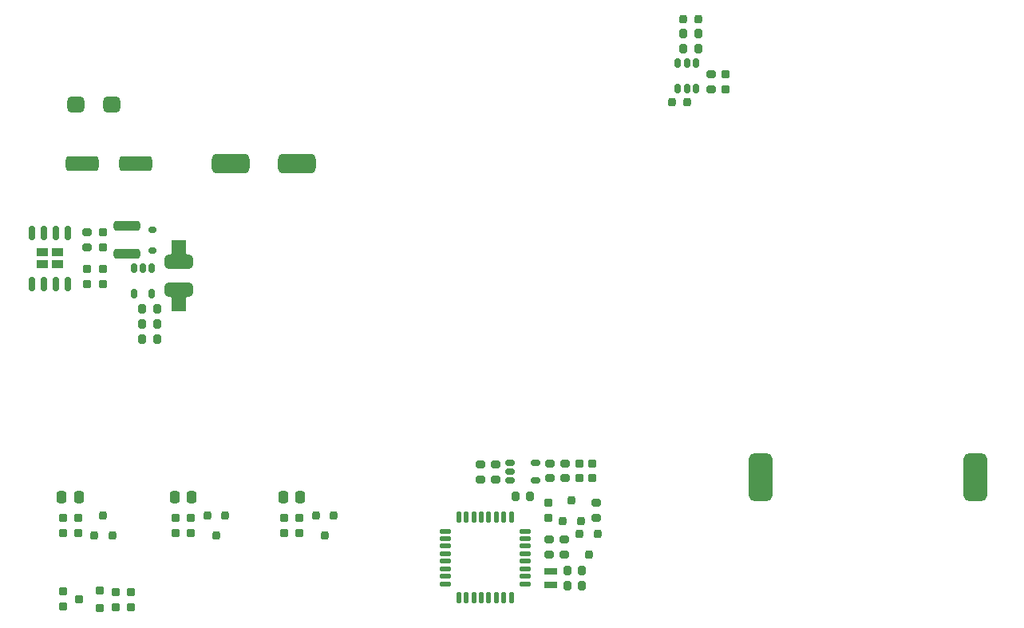
<source format=gtp>
G04*
G04 #@! TF.GenerationSoftware,Altium Limited,Altium Designer,20.1.12 (249)*
G04*
G04 Layer_Color=7318015*
%FSLAX25Y25*%
%MOIN*%
G70*
G04*
G04 #@! TF.SameCoordinates,FC0C4961-E886-40F3-B94B-16ABF14F5115*
G04*
G04*
G04 #@! TF.FilePolarity,Positive*
G04*
G01*
G75*
%ADD10R,0.05118X0.03740*%
G04:AMPARAMS|DCode=11|XSize=39.37mil|YSize=31.5mil|CornerRadius=7.87mil|HoleSize=0mil|Usage=FLASHONLY|Rotation=0.000|XOffset=0mil|YOffset=0mil|HoleType=Round|Shape=RoundedRectangle|*
%AMROUNDEDRECTD11*
21,1,0.03937,0.01575,0,0,0.0*
21,1,0.02362,0.03150,0,0,0.0*
1,1,0.01575,0.01181,-0.00787*
1,1,0.01575,-0.01181,-0.00787*
1,1,0.01575,-0.01181,0.00787*
1,1,0.01575,0.01181,0.00787*
%
%ADD11ROUNDEDRECTD11*%
G04:AMPARAMS|DCode=12|XSize=47.24mil|YSize=19.68mil|CornerRadius=4.92mil|HoleSize=0mil|Usage=FLASHONLY|Rotation=90.000|XOffset=0mil|YOffset=0mil|HoleType=Round|Shape=RoundedRectangle|*
%AMROUNDEDRECTD12*
21,1,0.04724,0.00984,0,0,90.0*
21,1,0.03740,0.01968,0,0,90.0*
1,1,0.00984,0.00492,0.01870*
1,1,0.00984,0.00492,-0.01870*
1,1,0.00984,-0.00492,-0.01870*
1,1,0.00984,-0.00492,0.01870*
%
%ADD12ROUNDEDRECTD12*%
G04:AMPARAMS|DCode=13|XSize=47.24mil|YSize=19.68mil|CornerRadius=4.92mil|HoleSize=0mil|Usage=FLASHONLY|Rotation=180.000|XOffset=0mil|YOffset=0mil|HoleType=Round|Shape=RoundedRectangle|*
%AMROUNDEDRECTD13*
21,1,0.04724,0.00984,0,0,180.0*
21,1,0.03740,0.01968,0,0,180.0*
1,1,0.00984,-0.01870,0.00492*
1,1,0.00984,0.01870,0.00492*
1,1,0.00984,0.01870,-0.00492*
1,1,0.00984,-0.01870,-0.00492*
%
%ADD13ROUNDEDRECTD13*%
G04:AMPARAMS|DCode=14|XSize=35.43mil|YSize=31.5mil|CornerRadius=7.87mil|HoleSize=0mil|Usage=FLASHONLY|Rotation=270.000|XOffset=0mil|YOffset=0mil|HoleType=Round|Shape=RoundedRectangle|*
%AMROUNDEDRECTD14*
21,1,0.03543,0.01575,0,0,270.0*
21,1,0.01968,0.03150,0,0,270.0*
1,1,0.01575,-0.00787,-0.00984*
1,1,0.01575,-0.00787,0.00984*
1,1,0.01575,0.00787,0.00984*
1,1,0.01575,0.00787,-0.00984*
%
%ADD14ROUNDEDRECTD14*%
G04:AMPARAMS|DCode=15|XSize=100mil|YSize=200mil|CornerRadius=25mil|HoleSize=0mil|Usage=FLASHONLY|Rotation=180.000|XOffset=0mil|YOffset=0mil|HoleType=Round|Shape=RoundedRectangle|*
%AMROUNDEDRECTD15*
21,1,0.10000,0.15000,0,0,180.0*
21,1,0.05000,0.20000,0,0,180.0*
1,1,0.05000,-0.02500,0.07500*
1,1,0.05000,0.02500,0.07500*
1,1,0.05000,0.02500,-0.07500*
1,1,0.05000,-0.02500,-0.07500*
%
%ADD15ROUNDEDRECTD15*%
G04:AMPARAMS|DCode=16|XSize=23.62mil|YSize=39.37mil|CornerRadius=5.91mil|HoleSize=0mil|Usage=FLASHONLY|Rotation=90.000|XOffset=0mil|YOffset=0mil|HoleType=Round|Shape=RoundedRectangle|*
%AMROUNDEDRECTD16*
21,1,0.02362,0.02756,0,0,90.0*
21,1,0.01181,0.03937,0,0,90.0*
1,1,0.01181,0.01378,0.00591*
1,1,0.01181,0.01378,-0.00591*
1,1,0.01181,-0.01378,-0.00591*
1,1,0.01181,-0.01378,0.00591*
%
%ADD16ROUNDEDRECTD16*%
G04:AMPARAMS|DCode=17|XSize=35.43mil|YSize=31.5mil|CornerRadius=7.87mil|HoleSize=0mil|Usage=FLASHONLY|Rotation=0.000|XOffset=0mil|YOffset=0mil|HoleType=Round|Shape=RoundedRectangle|*
%AMROUNDEDRECTD17*
21,1,0.03543,0.01575,0,0,0.0*
21,1,0.01968,0.03150,0,0,0.0*
1,1,0.01575,0.00984,-0.00787*
1,1,0.01575,-0.00984,-0.00787*
1,1,0.01575,-0.00984,0.00787*
1,1,0.01575,0.00984,0.00787*
%
%ADD17ROUNDEDRECTD17*%
G04:AMPARAMS|DCode=18|XSize=39.37mil|YSize=31.5mil|CornerRadius=7.87mil|HoleSize=0mil|Usage=FLASHONLY|Rotation=90.000|XOffset=0mil|YOffset=0mil|HoleType=Round|Shape=RoundedRectangle|*
%AMROUNDEDRECTD18*
21,1,0.03937,0.01575,0,0,90.0*
21,1,0.02362,0.03150,0,0,90.0*
1,1,0.01575,0.00787,0.01181*
1,1,0.01575,0.00787,-0.01181*
1,1,0.01575,-0.00787,-0.01181*
1,1,0.01575,-0.00787,0.01181*
%
%ADD18ROUNDEDRECTD18*%
G04:AMPARAMS|DCode=19|XSize=31.5mil|YSize=27.56mil|CornerRadius=6.89mil|HoleSize=0mil|Usage=FLASHONLY|Rotation=0.000|XOffset=0mil|YOffset=0mil|HoleType=Round|Shape=RoundedRectangle|*
%AMROUNDEDRECTD19*
21,1,0.03150,0.01378,0,0,0.0*
21,1,0.01772,0.02756,0,0,0.0*
1,1,0.01378,0.00886,-0.00689*
1,1,0.01378,-0.00886,-0.00689*
1,1,0.01378,-0.00886,0.00689*
1,1,0.01378,0.00886,0.00689*
%
%ADD19ROUNDEDRECTD19*%
G04:AMPARAMS|DCode=20|XSize=118.11mil|YSize=59.06mil|CornerRadius=14.76mil|HoleSize=0mil|Usage=FLASHONLY|Rotation=180.000|XOffset=0mil|YOffset=0mil|HoleType=Round|Shape=RoundedRectangle|*
%AMROUNDEDRECTD20*
21,1,0.11811,0.02953,0,0,180.0*
21,1,0.08858,0.05906,0,0,180.0*
1,1,0.02953,-0.04429,0.01476*
1,1,0.02953,0.04429,0.01476*
1,1,0.02953,0.04429,-0.01476*
1,1,0.02953,-0.04429,-0.01476*
%
%ADD20ROUNDEDRECTD20*%
G04:AMPARAMS|DCode=21|XSize=31.5mil|YSize=35.43mil|CornerRadius=7.87mil|HoleSize=0mil|Usage=FLASHONLY|Rotation=270.000|XOffset=0mil|YOffset=0mil|HoleType=Round|Shape=RoundedRectangle|*
%AMROUNDEDRECTD21*
21,1,0.03150,0.01968,0,0,270.0*
21,1,0.01575,0.03543,0,0,270.0*
1,1,0.01575,-0.00984,-0.00787*
1,1,0.01575,-0.00984,0.00787*
1,1,0.01575,0.00984,0.00787*
1,1,0.01575,0.00984,-0.00787*
%
%ADD21ROUNDEDRECTD21*%
G04:AMPARAMS|DCode=22|XSize=23.62mil|YSize=59.06mil|CornerRadius=5.91mil|HoleSize=0mil|Usage=FLASHONLY|Rotation=180.000|XOffset=0mil|YOffset=0mil|HoleType=Round|Shape=RoundedRectangle|*
%AMROUNDEDRECTD22*
21,1,0.02362,0.04724,0,0,180.0*
21,1,0.01181,0.05906,0,0,180.0*
1,1,0.01181,-0.00591,0.02362*
1,1,0.01181,0.00591,0.02362*
1,1,0.01181,0.00591,-0.02362*
1,1,0.01181,-0.00591,-0.02362*
%
%ADD22ROUNDEDRECTD22*%
G04:AMPARAMS|DCode=23|XSize=110.24mil|YSize=39.37mil|CornerRadius=9.84mil|HoleSize=0mil|Usage=FLASHONLY|Rotation=180.000|XOffset=0mil|YOffset=0mil|HoleType=Round|Shape=RoundedRectangle|*
%AMROUNDEDRECTD23*
21,1,0.11024,0.01968,0,0,180.0*
21,1,0.09055,0.03937,0,0,180.0*
1,1,0.01968,-0.04528,0.00984*
1,1,0.01968,0.04528,0.00984*
1,1,0.01968,0.04528,-0.00984*
1,1,0.01968,-0.04528,-0.00984*
%
%ADD23ROUNDEDRECTD23*%
G04:AMPARAMS|DCode=24|XSize=23.62mil|YSize=39.37mil|CornerRadius=5.91mil|HoleSize=0mil|Usage=FLASHONLY|Rotation=0.000|XOffset=0mil|YOffset=0mil|HoleType=Round|Shape=RoundedRectangle|*
%AMROUNDEDRECTD24*
21,1,0.02362,0.02756,0,0,0.0*
21,1,0.01181,0.03937,0,0,0.0*
1,1,0.01181,0.00591,-0.01378*
1,1,0.01181,-0.00591,-0.01378*
1,1,0.01181,-0.00591,0.01378*
1,1,0.01181,0.00591,0.01378*
%
%ADD24ROUNDEDRECTD24*%
G04:AMPARAMS|DCode=25|XSize=31.5mil|YSize=35.43mil|CornerRadius=7.87mil|HoleSize=0mil|Usage=FLASHONLY|Rotation=180.000|XOffset=0mil|YOffset=0mil|HoleType=Round|Shape=RoundedRectangle|*
%AMROUNDEDRECTD25*
21,1,0.03150,0.01968,0,0,180.0*
21,1,0.01575,0.03543,0,0,180.0*
1,1,0.01575,-0.00787,0.00984*
1,1,0.01575,0.00787,0.00984*
1,1,0.01575,0.00787,-0.00984*
1,1,0.01575,-0.00787,-0.00984*
%
%ADD25ROUNDEDRECTD25*%
G04:AMPARAMS|DCode=26|XSize=29.53mil|YSize=55.12mil|CornerRadius=7.38mil|HoleSize=0mil|Usage=FLASHONLY|Rotation=90.000|XOffset=0mil|YOffset=0mil|HoleType=Round|Shape=RoundedRectangle|*
%AMROUNDEDRECTD26*
21,1,0.02953,0.04035,0,0,90.0*
21,1,0.01476,0.05512,0,0,90.0*
1,1,0.01476,0.02018,0.00738*
1,1,0.01476,0.02018,-0.00738*
1,1,0.01476,-0.02018,-0.00738*
1,1,0.01476,-0.02018,0.00738*
%
%ADD26ROUNDEDRECTD26*%
G04:AMPARAMS|DCode=27|XSize=51.18mil|YSize=39.37mil|CornerRadius=9.84mil|HoleSize=0mil|Usage=FLASHONLY|Rotation=270.000|XOffset=0mil|YOffset=0mil|HoleType=Round|Shape=RoundedRectangle|*
%AMROUNDEDRECTD27*
21,1,0.05118,0.01968,0,0,270.0*
21,1,0.03150,0.03937,0,0,270.0*
1,1,0.01968,-0.00984,-0.01575*
1,1,0.01968,-0.00984,0.01575*
1,1,0.01968,0.00984,0.01575*
1,1,0.01968,0.00984,-0.01575*
%
%ADD27ROUNDEDRECTD27*%
G04:AMPARAMS|DCode=28|XSize=62.99mil|YSize=137.8mil|CornerRadius=15.75mil|HoleSize=0mil|Usage=FLASHONLY|Rotation=270.000|XOffset=0mil|YOffset=0mil|HoleType=Round|Shape=RoundedRectangle|*
%AMROUNDEDRECTD28*
21,1,0.06299,0.10630,0,0,270.0*
21,1,0.03150,0.13780,0,0,270.0*
1,1,0.03150,-0.05315,-0.01575*
1,1,0.03150,-0.05315,0.01575*
1,1,0.03150,0.05315,0.01575*
1,1,0.03150,0.05315,-0.01575*
%
%ADD28ROUNDEDRECTD28*%
G04:AMPARAMS|DCode=29|XSize=82.68mil|YSize=157.48mil|CornerRadius=20.67mil|HoleSize=0mil|Usage=FLASHONLY|Rotation=270.000|XOffset=0mil|YOffset=0mil|HoleType=Round|Shape=RoundedRectangle|*
%AMROUNDEDRECTD29*
21,1,0.08268,0.11614,0,0,270.0*
21,1,0.04134,0.15748,0,0,270.0*
1,1,0.04134,-0.05807,-0.02067*
1,1,0.04134,-0.05807,0.02067*
1,1,0.04134,0.05807,0.02067*
1,1,0.04134,0.05807,-0.02067*
%
%ADD29ROUNDEDRECTD29*%
G04:AMPARAMS|DCode=30|XSize=66.93mil|YSize=70.87mil|CornerRadius=16.73mil|HoleSize=0mil|Usage=FLASHONLY|Rotation=90.000|XOffset=0mil|YOffset=0mil|HoleType=Round|Shape=RoundedRectangle|*
%AMROUNDEDRECTD30*
21,1,0.06693,0.03740,0,0,90.0*
21,1,0.03347,0.07087,0,0,90.0*
1,1,0.03346,0.01870,0.01673*
1,1,0.03346,0.01870,-0.01673*
1,1,0.03346,-0.01870,-0.01673*
1,1,0.03346,-0.01870,0.01673*
%
%ADD30ROUNDEDRECTD30*%
G36*
X91535Y182677D02*
X91535Y177362D01*
X85630Y177362D01*
X85630Y182677D01*
X84842Y183465D01*
X92323D01*
X91535Y182677D01*
D02*
G37*
G36*
X91536Y206890D02*
X91535Y201575D01*
X92323Y200787D01*
X84842D01*
X85630Y201575D01*
X85630Y206890D01*
X91536Y206890D01*
D02*
G37*
D10*
X37795Y196890D02*
D03*
X31495Y196890D02*
D03*
Y201812D02*
D03*
X37795D02*
D03*
D11*
X249606Y75590D02*
D03*
Y81890D02*
D03*
X243307Y75590D02*
D03*
Y81890D02*
D03*
X50394Y203937D02*
D03*
Y210236D02*
D03*
X250000Y107480D02*
D03*
Y113779D02*
D03*
X243701Y107480D02*
D03*
Y113779D02*
D03*
X220866Y107087D02*
D03*
Y113386D02*
D03*
X214567Y107087D02*
D03*
Y113386D02*
D03*
X262992Y97244D02*
D03*
Y90945D02*
D03*
X311024Y276378D02*
D03*
Y270079D02*
D03*
D12*
X208662Y91142D02*
D03*
X224410D02*
D03*
X208662Y57678D02*
D03*
X224410D02*
D03*
X205512Y91142D02*
D03*
X214961D02*
D03*
X211811D02*
D03*
X221260D02*
D03*
X218111D02*
D03*
X227559D02*
D03*
X205512Y57678D02*
D03*
X211811D02*
D03*
X214961D02*
D03*
X218111D02*
D03*
X221260D02*
D03*
X227559D02*
D03*
D13*
X199803Y82284D02*
D03*
X233268D02*
D03*
X199803Y66536D02*
D03*
X233268D02*
D03*
X199803Y85433D02*
D03*
X233268D02*
D03*
X199803Y79134D02*
D03*
Y75985D02*
D03*
X233268D02*
D03*
Y79134D02*
D03*
X199803Y72835D02*
D03*
Y69685D02*
D03*
X233268D02*
D03*
Y72835D02*
D03*
X199803Y63386D02*
D03*
X233268D02*
D03*
D14*
X300787Y264567D02*
D03*
X294488D02*
D03*
X305512Y299213D02*
D03*
X299213D02*
D03*
D15*
X421260Y107874D02*
D03*
X331496D02*
D03*
D16*
X226969Y113976D02*
D03*
Y110236D02*
D03*
Y106496D02*
D03*
X237598D02*
D03*
Y113976D02*
D03*
D17*
X50394Y194882D02*
D03*
Y188583D02*
D03*
X57087Y194882D02*
D03*
Y188583D02*
D03*
Y210236D02*
D03*
Y203937D02*
D03*
X68504Y59842D02*
D03*
Y53543D02*
D03*
X62205D02*
D03*
Y59842D02*
D03*
X40157Y60236D02*
D03*
Y53937D02*
D03*
X261417Y113779D02*
D03*
Y107480D02*
D03*
X242913Y90945D02*
D03*
Y97244D02*
D03*
X255906Y113779D02*
D03*
Y107480D02*
D03*
X40157Y84646D02*
D03*
Y90945D02*
D03*
X46457Y84646D02*
D03*
Y90945D02*
D03*
X93701Y84646D02*
D03*
Y90945D02*
D03*
X87402Y84646D02*
D03*
Y90945D02*
D03*
X138976Y84646D02*
D03*
Y90945D02*
D03*
X132677Y84646D02*
D03*
Y90945D02*
D03*
X316929Y270079D02*
D03*
Y276378D02*
D03*
D18*
X73228Y172047D02*
D03*
X79527D02*
D03*
X73228Y165748D02*
D03*
X79527D02*
D03*
Y178347D02*
D03*
X73228D02*
D03*
X229134Y100000D02*
D03*
X235433D02*
D03*
X257087Y68898D02*
D03*
X250787D02*
D03*
X257087Y62598D02*
D03*
X250787D02*
D03*
X299213Y293307D02*
D03*
X305512D02*
D03*
X299213Y287008D02*
D03*
X305512D02*
D03*
D19*
X77559Y211417D02*
D03*
Y202756D02*
D03*
D20*
X88583Y186221D02*
D03*
Y198031D02*
D03*
D21*
X46850Y56890D02*
D03*
X55512Y60630D02*
D03*
Y53150D02*
D03*
D22*
X42146Y209981D02*
D03*
X37146D02*
D03*
X32146D02*
D03*
X27146D02*
D03*
X42146Y188721D02*
D03*
X37146D02*
D03*
X32146D02*
D03*
X27146D02*
D03*
D23*
X66929Y201181D02*
D03*
Y212992D02*
D03*
D24*
X77362Y195276D02*
D03*
X73622D02*
D03*
X69882D02*
D03*
Y184646D02*
D03*
X77362D02*
D03*
X300787Y270276D02*
D03*
X304528D02*
D03*
X297047D02*
D03*
Y280906D02*
D03*
X300787D02*
D03*
X304528D02*
D03*
D25*
X249016Y89764D02*
D03*
X256496D02*
D03*
X252756Y98425D02*
D03*
X259843Y75591D02*
D03*
X256102Y84252D02*
D03*
X263583D02*
D03*
X57086Y92126D02*
D03*
X60827Y83464D02*
D03*
X53346D02*
D03*
X104331Y83465D02*
D03*
X100591Y92126D02*
D03*
X108071D02*
D03*
X149606Y83465D02*
D03*
X145866Y92126D02*
D03*
X153347D02*
D03*
D26*
X244094Y62894D02*
D03*
Y68602D02*
D03*
D27*
X46851Y99606D02*
D03*
X39764D02*
D03*
X94095Y99606D02*
D03*
X87008D02*
D03*
X139370Y99606D02*
D03*
X132284D02*
D03*
D28*
X48425Y238976D02*
D03*
X70472D02*
D03*
D29*
X110236D02*
D03*
X137795D02*
D03*
D30*
X60630Y263779D02*
D03*
X45669D02*
D03*
M02*

</source>
